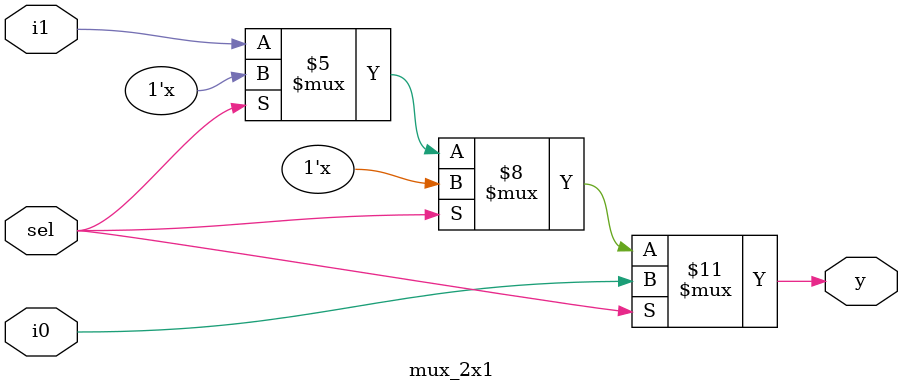
<source format=v>
module mux_2x1(i0, i1, sel, y);
input i0, i1, sel;
output y;

//sensitivity list
always @(i0 or i1 or sel) begin
	if (sel == 1) y = i0;
	else if (sel == 0) y = i1;
	else y = 1'bx; //what if sel is unknown
end
endmodule

</source>
